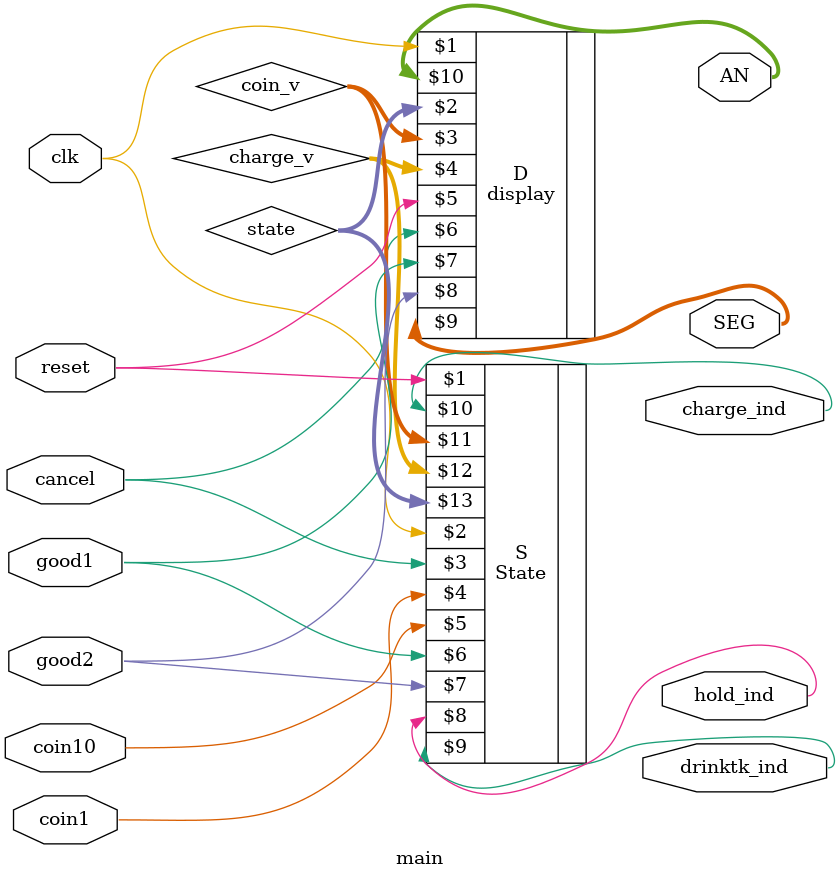
<source format=v>
`timescale 1ns / 1ps
module main(clk,reset,cancel,coin1,coin10,good1,good2,hold_ind,drinktk_ind,charge_ind,SEG,AN);
   input reset;//ÐÅºÅÇåÁã×Ô¶¯ÊÛ»õ»ú¹Ø±Õ
   input clk;//Ê±ÖÓÐÅºÅ
   input cancel;//²Ù×÷È¡Ïû²¢»Øµ½"Hello"
   input coin1;//Í¶±Ò1Ôª
   input coin10;//Í¶±Ò10Ôª
   input good1;//Ñ¡Ôñ¹ºÂò2.5ÔªÉÌÆ·
   input good2;//Ñ¡Ôñ¹ºÂò5ÔªÉÌÆ·
   output  hold_ind;//ÊÛ»õ»úÕ¼ÓÃÖ¸Ê¾µÆ
   output  drinktk_ind;//È¡ÒûÁÏÖ¸Ê¾µÆ
   output  charge_ind;//ÕÒÁãÖ¸Ê¾µÆ
   output [7:0] SEG,AN;//ÊýÂë¹ÜÏÔÊ¾¿ØÖÆ

   wire [3:0] coin_v; //ÒÑ¾­Í¶ÈëµÄÇ®
   wire [3:0] charge_v;//ÕÒÁãµÄÇ®
   wire [4:0] state; //×´Ì¬»úËù´¦µÄ×´Ì¬
   parameter S0=4'b0000,S1=4'b0001,S2=4'b0010,S3=4'b0011,S4=4'b0100,S5=4'b0101,S6=4'b0110,S7=4'b0111,S8=4'b1000,S9=4'b1001;
   State S(reset,clk,cancel,coin1,coin10,good1,good2,hold_ind,drinktk_ind,charge_ind,coin_v,charge_v,state);
   display D(clk,state,coin_v,charge_v,reset,cancel,good1,good2,SEG,AN);
      // ¹¦ÄÜÊµÏÖ
endmodule

</source>
